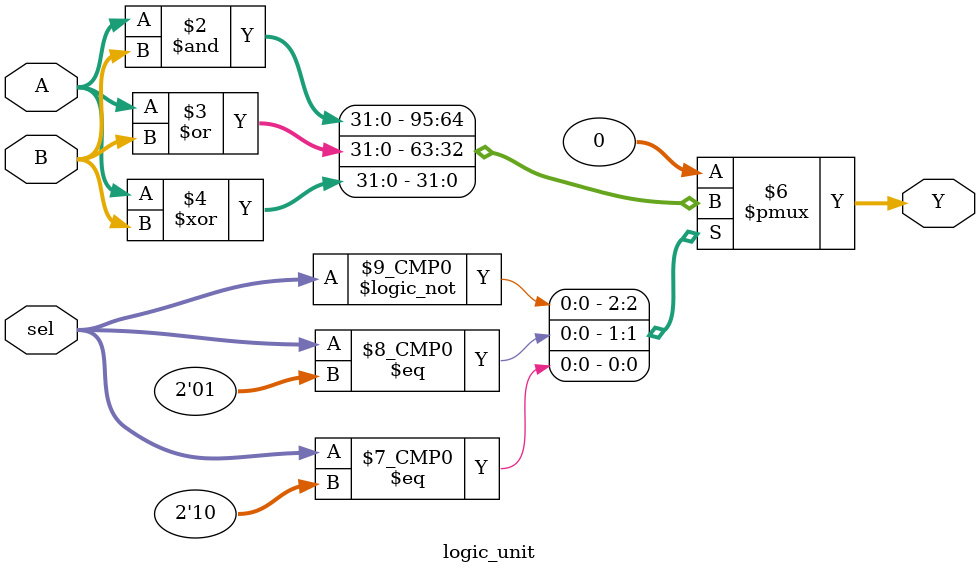
<source format=v>
module logic_unit(
    input  [31:0] A,
    input  [31:0] B,
    input  [1:0]  sel,  
    output reg [31:0] Y
);
always @(*) begin
    case (sel)
        2'b00: Y = A & B;
        2'b01: Y = A | B;
        2'b10: Y = A ^ B;
        default: Y = 32'b0;
    endcase
end
endmodule

</source>
